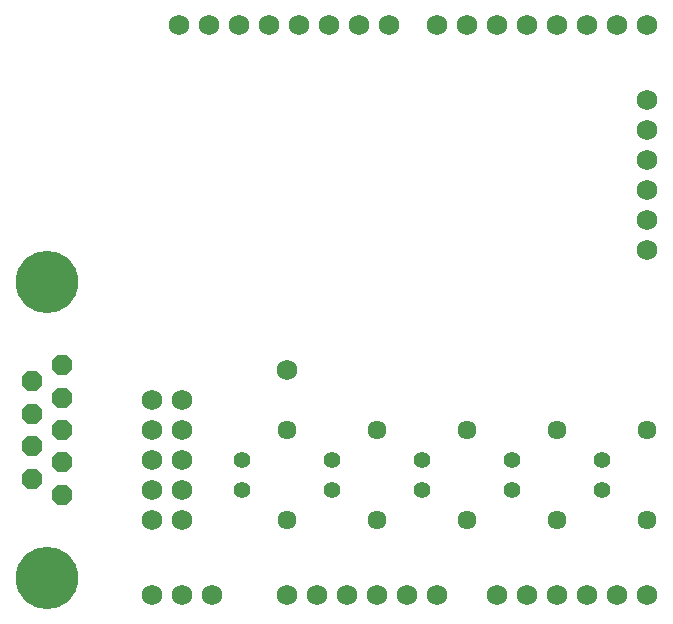
<source format=gts>
G75*
G70*
%OFA0B0*%
%FSLAX24Y24*%
%IPPOS*%
%LPD*%
%AMOC8*
5,1,8,0,0,1.08239X$1,22.5*
%
%ADD10OC8,0.0680*%
%ADD11C,0.2080*%
%ADD12C,0.0680*%
%ADD13C,0.0556*%
%ADD14C,0.0634*%
D10*
X006705Y005717D03*
X007705Y006257D03*
X006705Y006797D03*
X007705Y007337D03*
X006705Y007877D03*
X007705Y008417D03*
X006705Y008957D03*
X007705Y009497D03*
X007705Y005177D03*
D11*
X007205Y002407D03*
X007205Y012267D03*
D12*
X010705Y008337D03*
X011705Y008337D03*
X011705Y007337D03*
X010705Y007337D03*
X010705Y006337D03*
X011705Y006337D03*
X011705Y005337D03*
X010705Y005337D03*
X010705Y004337D03*
X011705Y004337D03*
X011705Y001837D03*
X010705Y001837D03*
X012705Y001837D03*
X015205Y001837D03*
X016205Y001837D03*
X017205Y001837D03*
X018205Y001837D03*
X019205Y001837D03*
X020205Y001837D03*
X022205Y001837D03*
X023205Y001837D03*
X024205Y001837D03*
X025205Y001837D03*
X026205Y001837D03*
X027205Y001837D03*
X015205Y009337D03*
X027205Y013337D03*
X027205Y014337D03*
X027205Y015337D03*
X027205Y016337D03*
X027205Y017337D03*
X027205Y018337D03*
X027205Y020837D03*
X026205Y020837D03*
X025205Y020837D03*
X024205Y020837D03*
X023205Y020837D03*
X022205Y020837D03*
X021205Y020837D03*
X020205Y020837D03*
X018605Y020837D03*
X017605Y020837D03*
X016605Y020837D03*
X015605Y020837D03*
X014605Y020837D03*
X013605Y020837D03*
X012605Y020837D03*
X011605Y020837D03*
D13*
X013705Y006337D03*
X013705Y005337D03*
X016705Y005337D03*
X016705Y006337D03*
X019705Y006337D03*
X019705Y005337D03*
X022705Y005337D03*
X022705Y006337D03*
X025705Y006337D03*
X025705Y005337D03*
D14*
X027205Y004337D03*
X024205Y004337D03*
X021205Y004337D03*
X018205Y004337D03*
X015205Y004337D03*
X015205Y007337D03*
X018205Y007337D03*
X021205Y007337D03*
X024205Y007337D03*
X027205Y007337D03*
M02*

</source>
